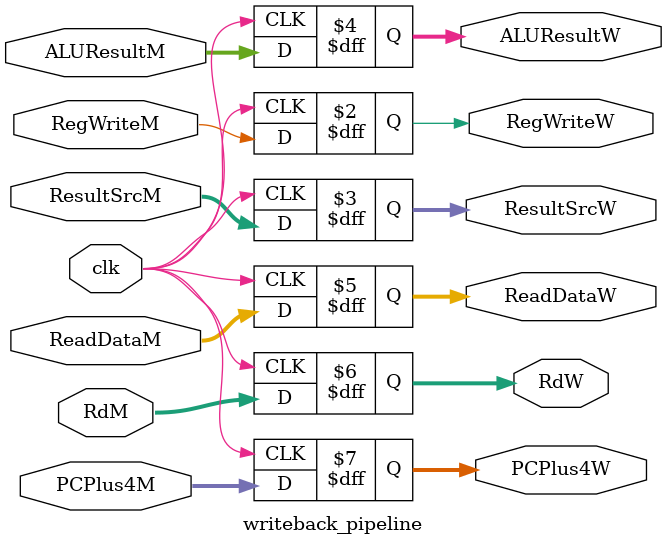
<source format=sv>
module writeback_pipeline#(
    parameter DATA_WIDTH = 32,
    parameter REG_FILE_ADDRESS_WIDTH = 5
)(
    input logic clk,
    input logic RegWriteM,
    input logic [1:0] ResultSrcM,
    input logic [DATA_WIDTH-1:0] ALUResultM,
    input logic [DATA_WIDTH-1:0] ReadDataM,
    input logic [REG_FILE_ADDRESS_WIDTH-1:0] RdM,
    input logic [DATA_WIDTH-1:0] PCPlus4M,

    output logic RegWriteW,
    output logic [1:0] ResultSrcW,
    output logic [DATA_WIDTH-1:0] ALUResultW,
    output logic [DATA_WIDTH-1:0] ReadDataW,
    output logic [REG_FILE_ADDRESS_WIDTH-1:0] RdW,
    output logic [DATA_WIDTH-1:0] PCPlus4W
);

    always_ff @(posedge clk)begin
        ALUResultW <= ALUResultM;
        ReadDataW <= ReadDataM;
        RdW <= RdM;
        PCPlus4W <= PCPlus4M;
      RegWriteW <= RegWriteM;
		// Chặn ghi nếu RdM == 0
//		RegWriteM <= (RdM != 5'd0) ? RegWriteM : 1'b0;
		
        ResultSrcW <= ResultSrcM;
		
		
    end

endmodule

</source>
